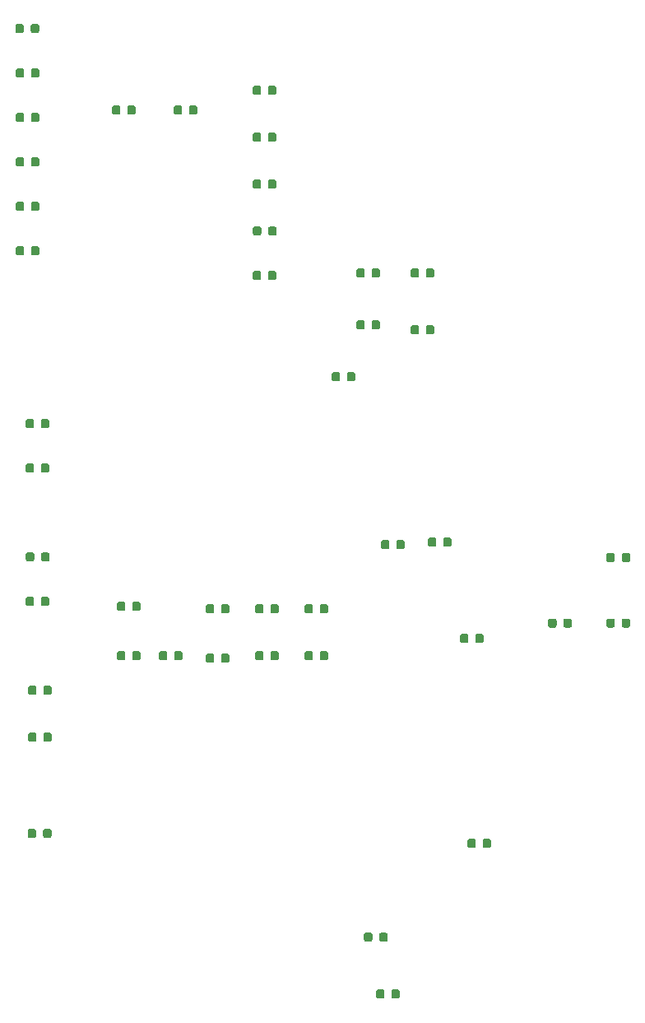
<source format=gtp>
%TF.GenerationSoftware,KiCad,Pcbnew,5.1.8*%
%TF.CreationDate,2020-12-17T16:54:15+01:00*%
%TF.ProjectId,AS3320-VCF,41533333-3230-42d5-9643-462e6b696361,1*%
%TF.SameCoordinates,Original*%
%TF.FileFunction,Paste,Top*%
%TF.FilePolarity,Positive*%
%FSLAX46Y46*%
G04 Gerber Fmt 4.6, Leading zero omitted, Abs format (unit mm)*
G04 Created by KiCad (PCBNEW 5.1.8) date 2020-12-17 16:54:15*
%MOMM*%
%LPD*%
G01*
G04 APERTURE LIST*
G04 APERTURE END LIST*
%TO.C,R33*%
G36*
G01*
X148940000Y-75440250D02*
X148940000Y-74927750D01*
G75*
G02*
X149158750Y-74709000I218750J0D01*
G01*
X149596250Y-74709000D01*
G75*
G02*
X149815000Y-74927750I0J-218750D01*
G01*
X149815000Y-75440250D01*
G75*
G02*
X149596250Y-75659000I-218750J0D01*
G01*
X149158750Y-75659000D01*
G75*
G02*
X148940000Y-75440250I0J218750D01*
G01*
G37*
G36*
G01*
X147365000Y-75440250D02*
X147365000Y-74927750D01*
G75*
G02*
X147583750Y-74709000I218750J0D01*
G01*
X148021250Y-74709000D01*
G75*
G02*
X148240000Y-74927750I0J-218750D01*
G01*
X148240000Y-75440250D01*
G75*
G02*
X148021250Y-75659000I-218750J0D01*
G01*
X147583750Y-75659000D01*
G75*
G02*
X147365000Y-75440250I0J218750D01*
G01*
G37*
%TD*%
%TO.C,R32*%
G36*
G01*
X148940000Y-69598250D02*
X148940000Y-69085750D01*
G75*
G02*
X149158750Y-68867000I218750J0D01*
G01*
X149596250Y-68867000D01*
G75*
G02*
X149815000Y-69085750I0J-218750D01*
G01*
X149815000Y-69598250D01*
G75*
G02*
X149596250Y-69817000I-218750J0D01*
G01*
X149158750Y-69817000D01*
G75*
G02*
X148940000Y-69598250I0J218750D01*
G01*
G37*
G36*
G01*
X147365000Y-69598250D02*
X147365000Y-69085750D01*
G75*
G02*
X147583750Y-68867000I218750J0D01*
G01*
X148021250Y-68867000D01*
G75*
G02*
X148240000Y-69085750I0J-218750D01*
G01*
X148240000Y-69598250D01*
G75*
G02*
X148021250Y-69817000I-218750J0D01*
G01*
X147583750Y-69817000D01*
G75*
G02*
X147365000Y-69598250I0J218750D01*
G01*
G37*
%TD*%
%TO.C,R31*%
G36*
G01*
X142652000Y-69085750D02*
X142652000Y-69598250D01*
G75*
G02*
X142433250Y-69817000I-218750J0D01*
G01*
X141995750Y-69817000D01*
G75*
G02*
X141777000Y-69598250I0J218750D01*
G01*
X141777000Y-69085750D01*
G75*
G02*
X141995750Y-68867000I218750J0D01*
G01*
X142433250Y-68867000D01*
G75*
G02*
X142652000Y-69085750I0J-218750D01*
G01*
G37*
G36*
G01*
X144227000Y-69085750D02*
X144227000Y-69598250D01*
G75*
G02*
X144008250Y-69817000I-218750J0D01*
G01*
X143570750Y-69817000D01*
G75*
G02*
X143352000Y-69598250I0J218750D01*
G01*
X143352000Y-69085750D01*
G75*
G02*
X143570750Y-68867000I218750J0D01*
G01*
X144008250Y-68867000D01*
G75*
G02*
X144227000Y-69085750I0J-218750D01*
G01*
G37*
%TD*%
%TO.C,R30*%
G36*
G01*
X150718000Y-97284250D02*
X150718000Y-96771750D01*
G75*
G02*
X150936750Y-96553000I218750J0D01*
G01*
X151374250Y-96553000D01*
G75*
G02*
X151593000Y-96771750I0J-218750D01*
G01*
X151593000Y-97284250D01*
G75*
G02*
X151374250Y-97503000I-218750J0D01*
G01*
X150936750Y-97503000D01*
G75*
G02*
X150718000Y-97284250I0J218750D01*
G01*
G37*
G36*
G01*
X149143000Y-97284250D02*
X149143000Y-96771750D01*
G75*
G02*
X149361750Y-96553000I218750J0D01*
G01*
X149799250Y-96553000D01*
G75*
G02*
X150018000Y-96771750I0J-218750D01*
G01*
X150018000Y-97284250D01*
G75*
G02*
X149799250Y-97503000I-218750J0D01*
G01*
X149361750Y-97503000D01*
G75*
G02*
X149143000Y-97284250I0J218750D01*
G01*
G37*
%TD*%
%TO.C,R29*%
G36*
G01*
X106725000Y-53596250D02*
X106725000Y-53083750D01*
G75*
G02*
X106943750Y-52865000I218750J0D01*
G01*
X107381250Y-52865000D01*
G75*
G02*
X107600000Y-53083750I0J-218750D01*
G01*
X107600000Y-53596250D01*
G75*
G02*
X107381250Y-53815000I-218750J0D01*
G01*
X106943750Y-53815000D01*
G75*
G02*
X106725000Y-53596250I0J218750D01*
G01*
G37*
G36*
G01*
X108300000Y-53596250D02*
X108300000Y-53083750D01*
G75*
G02*
X108518750Y-52865000I218750J0D01*
G01*
X108956250Y-52865000D01*
G75*
G02*
X109175000Y-53083750I0J-218750D01*
G01*
X109175000Y-53596250D01*
G75*
G02*
X108956250Y-53815000I-218750J0D01*
G01*
X108518750Y-53815000D01*
G75*
G02*
X108300000Y-53596250I0J218750D01*
G01*
G37*
%TD*%
%TO.C,R28*%
G36*
G01*
X145384000Y-143766250D02*
X145384000Y-143253750D01*
G75*
G02*
X145602750Y-143035000I218750J0D01*
G01*
X146040250Y-143035000D01*
G75*
G02*
X146259000Y-143253750I0J-218750D01*
G01*
X146259000Y-143766250D01*
G75*
G02*
X146040250Y-143985000I-218750J0D01*
G01*
X145602750Y-143985000D01*
G75*
G02*
X145384000Y-143766250I0J218750D01*
G01*
G37*
G36*
G01*
X143809000Y-143766250D02*
X143809000Y-143253750D01*
G75*
G02*
X144027750Y-143035000I218750J0D01*
G01*
X144465250Y-143035000D01*
G75*
G02*
X144684000Y-143253750I0J-218750D01*
G01*
X144684000Y-143766250D01*
G75*
G02*
X144465250Y-143985000I-218750J0D01*
G01*
X144027750Y-143985000D01*
G75*
G02*
X143809000Y-143766250I0J218750D01*
G01*
G37*
%TD*%
%TO.C,R27*%
G36*
G01*
X144140000Y-137924250D02*
X144140000Y-137411750D01*
G75*
G02*
X144358750Y-137193000I218750J0D01*
G01*
X144796250Y-137193000D01*
G75*
G02*
X145015000Y-137411750I0J-218750D01*
G01*
X145015000Y-137924250D01*
G75*
G02*
X144796250Y-138143000I-218750J0D01*
G01*
X144358750Y-138143000D01*
G75*
G02*
X144140000Y-137924250I0J218750D01*
G01*
G37*
G36*
G01*
X142565000Y-137924250D02*
X142565000Y-137411750D01*
G75*
G02*
X142783750Y-137193000I218750J0D01*
G01*
X143221250Y-137193000D01*
G75*
G02*
X143440000Y-137411750I0J-218750D01*
G01*
X143440000Y-137924250D01*
G75*
G02*
X143221250Y-138143000I-218750J0D01*
G01*
X142783750Y-138143000D01*
G75*
G02*
X142565000Y-137924250I0J218750D01*
G01*
G37*
%TD*%
%TO.C,R26*%
G36*
G01*
X108616000Y-102867750D02*
X108616000Y-103380250D01*
G75*
G02*
X108397250Y-103599000I-218750J0D01*
G01*
X107959750Y-103599000D01*
G75*
G02*
X107741000Y-103380250I0J218750D01*
G01*
X107741000Y-102867750D01*
G75*
G02*
X107959750Y-102649000I218750J0D01*
G01*
X108397250Y-102649000D01*
G75*
G02*
X108616000Y-102867750I0J-218750D01*
G01*
G37*
G36*
G01*
X110191000Y-102867750D02*
X110191000Y-103380250D01*
G75*
G02*
X109972250Y-103599000I-218750J0D01*
G01*
X109534750Y-103599000D01*
G75*
G02*
X109316000Y-103380250I0J218750D01*
G01*
X109316000Y-102867750D01*
G75*
G02*
X109534750Y-102649000I218750J0D01*
G01*
X109972250Y-102649000D01*
G75*
G02*
X110191000Y-102867750I0J-218750D01*
G01*
G37*
%TD*%
%TO.C,R25*%
G36*
G01*
X108642000Y-98295750D02*
X108642000Y-98808250D01*
G75*
G02*
X108423250Y-99027000I-218750J0D01*
G01*
X107985750Y-99027000D01*
G75*
G02*
X107767000Y-98808250I0J218750D01*
G01*
X107767000Y-98295750D01*
G75*
G02*
X107985750Y-98077000I218750J0D01*
G01*
X108423250Y-98077000D01*
G75*
G02*
X108642000Y-98295750I0J-218750D01*
G01*
G37*
G36*
G01*
X110217000Y-98295750D02*
X110217000Y-98808250D01*
G75*
G02*
X109998250Y-99027000I-218750J0D01*
G01*
X109560750Y-99027000D01*
G75*
G02*
X109342000Y-98808250I0J218750D01*
G01*
X109342000Y-98295750D01*
G75*
G02*
X109560750Y-98077000I218750J0D01*
G01*
X109998250Y-98077000D01*
G75*
G02*
X110217000Y-98295750I0J-218750D01*
G01*
G37*
%TD*%
%TO.C,R24*%
G36*
G01*
X154782000Y-128272250D02*
X154782000Y-127759750D01*
G75*
G02*
X155000750Y-127541000I218750J0D01*
G01*
X155438250Y-127541000D01*
G75*
G02*
X155657000Y-127759750I0J-218750D01*
G01*
X155657000Y-128272250D01*
G75*
G02*
X155438250Y-128491000I-218750J0D01*
G01*
X155000750Y-128491000D01*
G75*
G02*
X154782000Y-128272250I0J218750D01*
G01*
G37*
G36*
G01*
X153207000Y-128272250D02*
X153207000Y-127759750D01*
G75*
G02*
X153425750Y-127541000I218750J0D01*
G01*
X153863250Y-127541000D01*
G75*
G02*
X154082000Y-127759750I0J-218750D01*
G01*
X154082000Y-128272250D01*
G75*
G02*
X153863250Y-128491000I-218750J0D01*
G01*
X153425750Y-128491000D01*
G75*
G02*
X153207000Y-128272250I0J218750D01*
G01*
G37*
%TD*%
%TO.C,R23*%
G36*
G01*
X132710000Y-65280250D02*
X132710000Y-64767750D01*
G75*
G02*
X132928750Y-64549000I218750J0D01*
G01*
X133366250Y-64549000D01*
G75*
G02*
X133585000Y-64767750I0J-218750D01*
G01*
X133585000Y-65280250D01*
G75*
G02*
X133366250Y-65499000I-218750J0D01*
G01*
X132928750Y-65499000D01*
G75*
G02*
X132710000Y-65280250I0J218750D01*
G01*
G37*
G36*
G01*
X131135000Y-65280250D02*
X131135000Y-64767750D01*
G75*
G02*
X131353750Y-64549000I218750J0D01*
G01*
X131791250Y-64549000D01*
G75*
G02*
X132010000Y-64767750I0J-218750D01*
G01*
X132010000Y-65280250D01*
G75*
G02*
X131791250Y-65499000I-218750J0D01*
G01*
X131353750Y-65499000D01*
G75*
G02*
X131135000Y-65280250I0J218750D01*
G01*
G37*
%TD*%
%TO.C,R22*%
G36*
G01*
X123032000Y-108968250D02*
X123032000Y-108455750D01*
G75*
G02*
X123250750Y-108237000I218750J0D01*
G01*
X123688250Y-108237000D01*
G75*
G02*
X123907000Y-108455750I0J-218750D01*
G01*
X123907000Y-108968250D01*
G75*
G02*
X123688250Y-109187000I-218750J0D01*
G01*
X123250750Y-109187000D01*
G75*
G02*
X123032000Y-108968250I0J218750D01*
G01*
G37*
G36*
G01*
X121457000Y-108968250D02*
X121457000Y-108455750D01*
G75*
G02*
X121675750Y-108237000I218750J0D01*
G01*
X122113250Y-108237000D01*
G75*
G02*
X122332000Y-108455750I0J-218750D01*
G01*
X122332000Y-108968250D01*
G75*
G02*
X122113250Y-109187000I-218750J0D01*
G01*
X121675750Y-109187000D01*
G75*
G02*
X121457000Y-108968250I0J218750D01*
G01*
G37*
%TD*%
%TO.C,R21*%
G36*
G01*
X132684000Y-60454250D02*
X132684000Y-59941750D01*
G75*
G02*
X132902750Y-59723000I218750J0D01*
G01*
X133340250Y-59723000D01*
G75*
G02*
X133559000Y-59941750I0J-218750D01*
G01*
X133559000Y-60454250D01*
G75*
G02*
X133340250Y-60673000I-218750J0D01*
G01*
X132902750Y-60673000D01*
G75*
G02*
X132684000Y-60454250I0J218750D01*
G01*
G37*
G36*
G01*
X131109000Y-60454250D02*
X131109000Y-59941750D01*
G75*
G02*
X131327750Y-59723000I218750J0D01*
G01*
X131765250Y-59723000D01*
G75*
G02*
X131984000Y-59941750I0J-218750D01*
G01*
X131984000Y-60454250D01*
G75*
G02*
X131765250Y-60673000I-218750J0D01*
G01*
X131327750Y-60673000D01*
G75*
G02*
X131109000Y-60454250I0J218750D01*
G01*
G37*
%TD*%
%TO.C,R20*%
G36*
G01*
X145192000Y-97025750D02*
X145192000Y-97538250D01*
G75*
G02*
X144973250Y-97757000I-218750J0D01*
G01*
X144535750Y-97757000D01*
G75*
G02*
X144317000Y-97538250I0J218750D01*
G01*
X144317000Y-97025750D01*
G75*
G02*
X144535750Y-96807000I218750J0D01*
G01*
X144973250Y-96807000D01*
G75*
G02*
X145192000Y-97025750I0J-218750D01*
G01*
G37*
G36*
G01*
X146767000Y-97025750D02*
X146767000Y-97538250D01*
G75*
G02*
X146548250Y-97757000I-218750J0D01*
G01*
X146110750Y-97757000D01*
G75*
G02*
X145892000Y-97538250I0J218750D01*
G01*
X145892000Y-97025750D01*
G75*
G02*
X146110750Y-96807000I218750J0D01*
G01*
X146548250Y-96807000D01*
G75*
G02*
X146767000Y-97025750I0J-218750D01*
G01*
G37*
%TD*%
%TO.C,R19*%
G36*
G01*
X127858000Y-104142250D02*
X127858000Y-103629750D01*
G75*
G02*
X128076750Y-103411000I218750J0D01*
G01*
X128514250Y-103411000D01*
G75*
G02*
X128733000Y-103629750I0J-218750D01*
G01*
X128733000Y-104142250D01*
G75*
G02*
X128514250Y-104361000I-218750J0D01*
G01*
X128076750Y-104361000D01*
G75*
G02*
X127858000Y-104142250I0J218750D01*
G01*
G37*
G36*
G01*
X126283000Y-104142250D02*
X126283000Y-103629750D01*
G75*
G02*
X126501750Y-103411000I218750J0D01*
G01*
X126939250Y-103411000D01*
G75*
G02*
X127158000Y-103629750I0J-218750D01*
G01*
X127158000Y-104142250D01*
G75*
G02*
X126939250Y-104361000I-218750J0D01*
G01*
X126501750Y-104361000D01*
G75*
G02*
X126283000Y-104142250I0J218750D01*
G01*
G37*
%TD*%
%TO.C,R18*%
G36*
G01*
X132684000Y-55628250D02*
X132684000Y-55115750D01*
G75*
G02*
X132902750Y-54897000I218750J0D01*
G01*
X133340250Y-54897000D01*
G75*
G02*
X133559000Y-55115750I0J-218750D01*
G01*
X133559000Y-55628250D01*
G75*
G02*
X133340250Y-55847000I-218750J0D01*
G01*
X132902750Y-55847000D01*
G75*
G02*
X132684000Y-55628250I0J218750D01*
G01*
G37*
G36*
G01*
X131109000Y-55628250D02*
X131109000Y-55115750D01*
G75*
G02*
X131327750Y-54897000I218750J0D01*
G01*
X131765250Y-54897000D01*
G75*
G02*
X131984000Y-55115750I0J-218750D01*
G01*
X131984000Y-55628250D01*
G75*
G02*
X131765250Y-55847000I-218750J0D01*
G01*
X131327750Y-55847000D01*
G75*
G02*
X131109000Y-55628250I0J218750D01*
G01*
G37*
%TD*%
%TO.C,R17*%
G36*
G01*
X132684000Y-50802250D02*
X132684000Y-50289750D01*
G75*
G02*
X132902750Y-50071000I218750J0D01*
G01*
X133340250Y-50071000D01*
G75*
G02*
X133559000Y-50289750I0J-218750D01*
G01*
X133559000Y-50802250D01*
G75*
G02*
X133340250Y-51021000I-218750J0D01*
G01*
X132902750Y-51021000D01*
G75*
G02*
X132684000Y-50802250I0J218750D01*
G01*
G37*
G36*
G01*
X131109000Y-50802250D02*
X131109000Y-50289750D01*
G75*
G02*
X131327750Y-50071000I218750J0D01*
G01*
X131765250Y-50071000D01*
G75*
G02*
X131984000Y-50289750I0J-218750D01*
G01*
X131984000Y-50802250D01*
G75*
G02*
X131765250Y-51021000I-218750J0D01*
G01*
X131327750Y-51021000D01*
G75*
G02*
X131109000Y-50802250I0J218750D01*
G01*
G37*
%TD*%
%TO.C,R16*%
G36*
G01*
X138893000Y-103629750D02*
X138893000Y-104142250D01*
G75*
G02*
X138674250Y-104361000I-218750J0D01*
G01*
X138236750Y-104361000D01*
G75*
G02*
X138018000Y-104142250I0J218750D01*
G01*
X138018000Y-103629750D01*
G75*
G02*
X138236750Y-103411000I218750J0D01*
G01*
X138674250Y-103411000D01*
G75*
G02*
X138893000Y-103629750I0J-218750D01*
G01*
G37*
G36*
G01*
X137318000Y-103629750D02*
X137318000Y-104142250D01*
G75*
G02*
X137099250Y-104361000I-218750J0D01*
G01*
X136661750Y-104361000D01*
G75*
G02*
X136443000Y-104142250I0J218750D01*
G01*
X136443000Y-103629750D01*
G75*
G02*
X136661750Y-103411000I218750J0D01*
G01*
X137099250Y-103411000D01*
G75*
G02*
X137318000Y-103629750I0J-218750D01*
G01*
G37*
%TD*%
%TO.C,R15*%
G36*
G01*
X109544000Y-127256250D02*
X109544000Y-126743750D01*
G75*
G02*
X109762750Y-126525000I218750J0D01*
G01*
X110200250Y-126525000D01*
G75*
G02*
X110419000Y-126743750I0J-218750D01*
G01*
X110419000Y-127256250D01*
G75*
G02*
X110200250Y-127475000I-218750J0D01*
G01*
X109762750Y-127475000D01*
G75*
G02*
X109544000Y-127256250I0J218750D01*
G01*
G37*
G36*
G01*
X107969000Y-127256250D02*
X107969000Y-126743750D01*
G75*
G02*
X108187750Y-126525000I218750J0D01*
G01*
X108625250Y-126525000D01*
G75*
G02*
X108844000Y-126743750I0J-218750D01*
G01*
X108844000Y-127256250D01*
G75*
G02*
X108625250Y-127475000I-218750J0D01*
G01*
X108187750Y-127475000D01*
G75*
G02*
X107969000Y-127256250I0J218750D01*
G01*
G37*
%TD*%
%TO.C,R14*%
G36*
G01*
X109316000Y-85092250D02*
X109316000Y-84579750D01*
G75*
G02*
X109534750Y-84361000I218750J0D01*
G01*
X109972250Y-84361000D01*
G75*
G02*
X110191000Y-84579750I0J-218750D01*
G01*
X110191000Y-85092250D01*
G75*
G02*
X109972250Y-85311000I-218750J0D01*
G01*
X109534750Y-85311000D01*
G75*
G02*
X109316000Y-85092250I0J218750D01*
G01*
G37*
G36*
G01*
X107741000Y-85092250D02*
X107741000Y-84579750D01*
G75*
G02*
X107959750Y-84361000I218750J0D01*
G01*
X108397250Y-84361000D01*
G75*
G02*
X108616000Y-84579750I0J-218750D01*
G01*
X108616000Y-85092250D01*
G75*
G02*
X108397250Y-85311000I-218750J0D01*
G01*
X107959750Y-85311000D01*
G75*
G02*
X107741000Y-85092250I0J218750D01*
G01*
G37*
%TD*%
%TO.C,R13*%
G36*
G01*
X118206000Y-52834250D02*
X118206000Y-52321750D01*
G75*
G02*
X118424750Y-52103000I218750J0D01*
G01*
X118862250Y-52103000D01*
G75*
G02*
X119081000Y-52321750I0J-218750D01*
G01*
X119081000Y-52834250D01*
G75*
G02*
X118862250Y-53053000I-218750J0D01*
G01*
X118424750Y-53053000D01*
G75*
G02*
X118206000Y-52834250I0J218750D01*
G01*
G37*
G36*
G01*
X116631000Y-52834250D02*
X116631000Y-52321750D01*
G75*
G02*
X116849750Y-52103000I218750J0D01*
G01*
X117287250Y-52103000D01*
G75*
G02*
X117506000Y-52321750I0J-218750D01*
G01*
X117506000Y-52834250D01*
G75*
G02*
X117287250Y-53053000I-218750J0D01*
G01*
X116849750Y-53053000D01*
G75*
G02*
X116631000Y-52834250I0J218750D01*
G01*
G37*
%TD*%
%TO.C,R12*%
G36*
G01*
X124556000Y-52834250D02*
X124556000Y-52321750D01*
G75*
G02*
X124774750Y-52103000I218750J0D01*
G01*
X125212250Y-52103000D01*
G75*
G02*
X125431000Y-52321750I0J-218750D01*
G01*
X125431000Y-52834250D01*
G75*
G02*
X125212250Y-53053000I-218750J0D01*
G01*
X124774750Y-53053000D01*
G75*
G02*
X124556000Y-52834250I0J218750D01*
G01*
G37*
G36*
G01*
X122981000Y-52834250D02*
X122981000Y-52321750D01*
G75*
G02*
X123199750Y-52103000I218750J0D01*
G01*
X123637250Y-52103000D01*
G75*
G02*
X123856000Y-52321750I0J-218750D01*
G01*
X123856000Y-52834250D01*
G75*
G02*
X123637250Y-53053000I-218750J0D01*
G01*
X123199750Y-53053000D01*
G75*
G02*
X122981000Y-52834250I0J218750D01*
G01*
G37*
%TD*%
%TO.C,R11*%
G36*
G01*
X108300000Y-62740250D02*
X108300000Y-62227750D01*
G75*
G02*
X108518750Y-62009000I218750J0D01*
G01*
X108956250Y-62009000D01*
G75*
G02*
X109175000Y-62227750I0J-218750D01*
G01*
X109175000Y-62740250D01*
G75*
G02*
X108956250Y-62959000I-218750J0D01*
G01*
X108518750Y-62959000D01*
G75*
G02*
X108300000Y-62740250I0J218750D01*
G01*
G37*
G36*
G01*
X106725000Y-62740250D02*
X106725000Y-62227750D01*
G75*
G02*
X106943750Y-62009000I218750J0D01*
G01*
X107381250Y-62009000D01*
G75*
G02*
X107600000Y-62227750I0J-218750D01*
G01*
X107600000Y-62740250D01*
G75*
G02*
X107381250Y-62959000I-218750J0D01*
G01*
X106943750Y-62959000D01*
G75*
G02*
X106725000Y-62740250I0J218750D01*
G01*
G37*
%TD*%
%TO.C,R10*%
G36*
G01*
X108300000Y-49024250D02*
X108300000Y-48511750D01*
G75*
G02*
X108518750Y-48293000I218750J0D01*
G01*
X108956250Y-48293000D01*
G75*
G02*
X109175000Y-48511750I0J-218750D01*
G01*
X109175000Y-49024250D01*
G75*
G02*
X108956250Y-49243000I-218750J0D01*
G01*
X108518750Y-49243000D01*
G75*
G02*
X108300000Y-49024250I0J218750D01*
G01*
G37*
G36*
G01*
X106725000Y-49024250D02*
X106725000Y-48511750D01*
G75*
G02*
X106943750Y-48293000I218750J0D01*
G01*
X107381250Y-48293000D01*
G75*
G02*
X107600000Y-48511750I0J-218750D01*
G01*
X107600000Y-49024250D01*
G75*
G02*
X107381250Y-49243000I-218750J0D01*
G01*
X106943750Y-49243000D01*
G75*
G02*
X106725000Y-49024250I0J218750D01*
G01*
G37*
%TD*%
%TO.C,R9*%
G36*
G01*
X108274000Y-44452250D02*
X108274000Y-43939750D01*
G75*
G02*
X108492750Y-43721000I218750J0D01*
G01*
X108930250Y-43721000D01*
G75*
G02*
X109149000Y-43939750I0J-218750D01*
G01*
X109149000Y-44452250D01*
G75*
G02*
X108930250Y-44671000I-218750J0D01*
G01*
X108492750Y-44671000D01*
G75*
G02*
X108274000Y-44452250I0J218750D01*
G01*
G37*
G36*
G01*
X106699000Y-44452250D02*
X106699000Y-43939750D01*
G75*
G02*
X106917750Y-43721000I218750J0D01*
G01*
X107355250Y-43721000D01*
G75*
G02*
X107574000Y-43939750I0J-218750D01*
G01*
X107574000Y-44452250D01*
G75*
G02*
X107355250Y-44671000I-218750J0D01*
G01*
X106917750Y-44671000D01*
G75*
G02*
X106699000Y-44452250I0J218750D01*
G01*
G37*
%TD*%
%TO.C,R8*%
G36*
G01*
X109316000Y-89664250D02*
X109316000Y-89151750D01*
G75*
G02*
X109534750Y-88933000I218750J0D01*
G01*
X109972250Y-88933000D01*
G75*
G02*
X110191000Y-89151750I0J-218750D01*
G01*
X110191000Y-89664250D01*
G75*
G02*
X109972250Y-89883000I-218750J0D01*
G01*
X109534750Y-89883000D01*
G75*
G02*
X109316000Y-89664250I0J218750D01*
G01*
G37*
G36*
G01*
X107741000Y-89664250D02*
X107741000Y-89151750D01*
G75*
G02*
X107959750Y-88933000I218750J0D01*
G01*
X108397250Y-88933000D01*
G75*
G02*
X108616000Y-89151750I0J-218750D01*
G01*
X108616000Y-89664250D01*
G75*
G02*
X108397250Y-89883000I-218750J0D01*
G01*
X107959750Y-89883000D01*
G75*
G02*
X107741000Y-89664250I0J218750D01*
G01*
G37*
%TD*%
%TO.C,R7*%
G36*
G01*
X118714000Y-103888250D02*
X118714000Y-103375750D01*
G75*
G02*
X118932750Y-103157000I218750J0D01*
G01*
X119370250Y-103157000D01*
G75*
G02*
X119589000Y-103375750I0J-218750D01*
G01*
X119589000Y-103888250D01*
G75*
G02*
X119370250Y-104107000I-218750J0D01*
G01*
X118932750Y-104107000D01*
G75*
G02*
X118714000Y-103888250I0J218750D01*
G01*
G37*
G36*
G01*
X117139000Y-103888250D02*
X117139000Y-103375750D01*
G75*
G02*
X117357750Y-103157000I218750J0D01*
G01*
X117795250Y-103157000D01*
G75*
G02*
X118014000Y-103375750I0J-218750D01*
G01*
X118014000Y-103888250D01*
G75*
G02*
X117795250Y-104107000I-218750J0D01*
G01*
X117357750Y-104107000D01*
G75*
G02*
X117139000Y-103888250I0J218750D01*
G01*
G37*
%TD*%
%TO.C,R6*%
G36*
G01*
X132938000Y-104142250D02*
X132938000Y-103629750D01*
G75*
G02*
X133156750Y-103411000I218750J0D01*
G01*
X133594250Y-103411000D01*
G75*
G02*
X133813000Y-103629750I0J-218750D01*
G01*
X133813000Y-104142250D01*
G75*
G02*
X133594250Y-104361000I-218750J0D01*
G01*
X133156750Y-104361000D01*
G75*
G02*
X132938000Y-104142250I0J218750D01*
G01*
G37*
G36*
G01*
X131363000Y-104142250D02*
X131363000Y-103629750D01*
G75*
G02*
X131581750Y-103411000I218750J0D01*
G01*
X132019250Y-103411000D01*
G75*
G02*
X132238000Y-103629750I0J-218750D01*
G01*
X132238000Y-104142250D01*
G75*
G02*
X132019250Y-104361000I-218750J0D01*
G01*
X131581750Y-104361000D01*
G75*
G02*
X131363000Y-104142250I0J218750D01*
G01*
G37*
%TD*%
%TO.C,R5*%
G36*
G01*
X118714000Y-108968250D02*
X118714000Y-108455750D01*
G75*
G02*
X118932750Y-108237000I218750J0D01*
G01*
X119370250Y-108237000D01*
G75*
G02*
X119589000Y-108455750I0J-218750D01*
G01*
X119589000Y-108968250D01*
G75*
G02*
X119370250Y-109187000I-218750J0D01*
G01*
X118932750Y-109187000D01*
G75*
G02*
X118714000Y-108968250I0J218750D01*
G01*
G37*
G36*
G01*
X117139000Y-108968250D02*
X117139000Y-108455750D01*
G75*
G02*
X117357750Y-108237000I218750J0D01*
G01*
X117795250Y-108237000D01*
G75*
G02*
X118014000Y-108455750I0J-218750D01*
G01*
X118014000Y-108968250D01*
G75*
G02*
X117795250Y-109187000I-218750J0D01*
G01*
X117357750Y-109187000D01*
G75*
G02*
X117139000Y-108968250I0J218750D01*
G01*
G37*
%TD*%
%TO.C,R4*%
G36*
G01*
X108300000Y-67312250D02*
X108300000Y-66799750D01*
G75*
G02*
X108518750Y-66581000I218750J0D01*
G01*
X108956250Y-66581000D01*
G75*
G02*
X109175000Y-66799750I0J-218750D01*
G01*
X109175000Y-67312250D01*
G75*
G02*
X108956250Y-67531000I-218750J0D01*
G01*
X108518750Y-67531000D01*
G75*
G02*
X108300000Y-67312250I0J218750D01*
G01*
G37*
G36*
G01*
X106725000Y-67312250D02*
X106725000Y-66799750D01*
G75*
G02*
X106943750Y-66581000I218750J0D01*
G01*
X107381250Y-66581000D01*
G75*
G02*
X107600000Y-66799750I0J-218750D01*
G01*
X107600000Y-67312250D01*
G75*
G02*
X107381250Y-67531000I-218750J0D01*
G01*
X106943750Y-67531000D01*
G75*
G02*
X106725000Y-67312250I0J218750D01*
G01*
G37*
%TD*%
%TO.C,R3*%
G36*
G01*
X108300000Y-58168250D02*
X108300000Y-57655750D01*
G75*
G02*
X108518750Y-57437000I218750J0D01*
G01*
X108956250Y-57437000D01*
G75*
G02*
X109175000Y-57655750I0J-218750D01*
G01*
X109175000Y-58168250D01*
G75*
G02*
X108956250Y-58387000I-218750J0D01*
G01*
X108518750Y-58387000D01*
G75*
G02*
X108300000Y-58168250I0J218750D01*
G01*
G37*
G36*
G01*
X106725000Y-58168250D02*
X106725000Y-57655750D01*
G75*
G02*
X106943750Y-57437000I218750J0D01*
G01*
X107381250Y-57437000D01*
G75*
G02*
X107600000Y-57655750I0J-218750D01*
G01*
X107600000Y-58168250D01*
G75*
G02*
X107381250Y-58387000I-218750J0D01*
G01*
X106943750Y-58387000D01*
G75*
G02*
X106725000Y-58168250I0J218750D01*
G01*
G37*
%TD*%
%TO.C,R2*%
G36*
G01*
X126283000Y-109222250D02*
X126283000Y-108709750D01*
G75*
G02*
X126501750Y-108491000I218750J0D01*
G01*
X126939250Y-108491000D01*
G75*
G02*
X127158000Y-108709750I0J-218750D01*
G01*
X127158000Y-109222250D01*
G75*
G02*
X126939250Y-109441000I-218750J0D01*
G01*
X126501750Y-109441000D01*
G75*
G02*
X126283000Y-109222250I0J218750D01*
G01*
G37*
G36*
G01*
X127858000Y-109222250D02*
X127858000Y-108709750D01*
G75*
G02*
X128076750Y-108491000I218750J0D01*
G01*
X128514250Y-108491000D01*
G75*
G02*
X128733000Y-108709750I0J-218750D01*
G01*
X128733000Y-109222250D01*
G75*
G02*
X128514250Y-109441000I-218750J0D01*
G01*
X128076750Y-109441000D01*
G75*
G02*
X127858000Y-109222250I0J218750D01*
G01*
G37*
%TD*%
%TO.C,R1*%
G36*
G01*
X153320000Y-106677750D02*
X153320000Y-107190250D01*
G75*
G02*
X153101250Y-107409000I-218750J0D01*
G01*
X152663750Y-107409000D01*
G75*
G02*
X152445000Y-107190250I0J218750D01*
G01*
X152445000Y-106677750D01*
G75*
G02*
X152663750Y-106459000I218750J0D01*
G01*
X153101250Y-106459000D01*
G75*
G02*
X153320000Y-106677750I0J-218750D01*
G01*
G37*
G36*
G01*
X154895000Y-106677750D02*
X154895000Y-107190250D01*
G75*
G02*
X154676250Y-107409000I-218750J0D01*
G01*
X154238750Y-107409000D01*
G75*
G02*
X154020000Y-107190250I0J218750D01*
G01*
X154020000Y-106677750D01*
G75*
G02*
X154238750Y-106459000I218750J0D01*
G01*
X154676250Y-106459000D01*
G75*
G02*
X154895000Y-106677750I0J-218750D01*
G01*
G37*
%TD*%
%TO.C,C12*%
G36*
G01*
X138018000Y-108968250D02*
X138018000Y-108455750D01*
G75*
G02*
X138236750Y-108237000I218750J0D01*
G01*
X138674250Y-108237000D01*
G75*
G02*
X138893000Y-108455750I0J-218750D01*
G01*
X138893000Y-108968250D01*
G75*
G02*
X138674250Y-109187000I-218750J0D01*
G01*
X138236750Y-109187000D01*
G75*
G02*
X138018000Y-108968250I0J218750D01*
G01*
G37*
G36*
G01*
X136443000Y-108968250D02*
X136443000Y-108455750D01*
G75*
G02*
X136661750Y-108237000I218750J0D01*
G01*
X137099250Y-108237000D01*
G75*
G02*
X137318000Y-108455750I0J-218750D01*
G01*
X137318000Y-108968250D01*
G75*
G02*
X137099250Y-109187000I-218750J0D01*
G01*
X136661750Y-109187000D01*
G75*
G02*
X136443000Y-108968250I0J218750D01*
G01*
G37*
%TD*%
%TO.C,C11*%
G36*
G01*
X169094000Y-105612250D02*
X169094000Y-105099750D01*
G75*
G02*
X169312750Y-104881000I218750J0D01*
G01*
X169750250Y-104881000D01*
G75*
G02*
X169969000Y-105099750I0J-218750D01*
G01*
X169969000Y-105612250D01*
G75*
G02*
X169750250Y-105831000I-218750J0D01*
G01*
X169312750Y-105831000D01*
G75*
G02*
X169094000Y-105612250I0J218750D01*
G01*
G37*
G36*
G01*
X167519000Y-105612250D02*
X167519000Y-105099750D01*
G75*
G02*
X167737750Y-104881000I218750J0D01*
G01*
X168175250Y-104881000D01*
G75*
G02*
X168394000Y-105099750I0J-218750D01*
G01*
X168394000Y-105612250D01*
G75*
G02*
X168175250Y-105831000I-218750J0D01*
G01*
X167737750Y-105831000D01*
G75*
G02*
X167519000Y-105612250I0J218750D01*
G01*
G37*
%TD*%
%TO.C,C10*%
G36*
G01*
X169094000Y-98862250D02*
X169094000Y-98349750D01*
G75*
G02*
X169312750Y-98131000I218750J0D01*
G01*
X169750250Y-98131000D01*
G75*
G02*
X169969000Y-98349750I0J-218750D01*
G01*
X169969000Y-98862250D01*
G75*
G02*
X169750250Y-99081000I-218750J0D01*
G01*
X169312750Y-99081000D01*
G75*
G02*
X169094000Y-98862250I0J218750D01*
G01*
G37*
G36*
G01*
X167519000Y-98862250D02*
X167519000Y-98349750D01*
G75*
G02*
X167737750Y-98131000I218750J0D01*
G01*
X168175250Y-98131000D01*
G75*
G02*
X168394000Y-98349750I0J-218750D01*
G01*
X168394000Y-98862250D01*
G75*
G02*
X168175250Y-99081000I-218750J0D01*
G01*
X167737750Y-99081000D01*
G75*
G02*
X167519000Y-98862250I0J218750D01*
G01*
G37*
%TD*%
%TO.C,C9*%
G36*
G01*
X143352000Y-74932250D02*
X143352000Y-74419750D01*
G75*
G02*
X143570750Y-74201000I218750J0D01*
G01*
X144008250Y-74201000D01*
G75*
G02*
X144227000Y-74419750I0J-218750D01*
G01*
X144227000Y-74932250D01*
G75*
G02*
X144008250Y-75151000I-218750J0D01*
G01*
X143570750Y-75151000D01*
G75*
G02*
X143352000Y-74932250I0J218750D01*
G01*
G37*
G36*
G01*
X141777000Y-74932250D02*
X141777000Y-74419750D01*
G75*
G02*
X141995750Y-74201000I218750J0D01*
G01*
X142433250Y-74201000D01*
G75*
G02*
X142652000Y-74419750I0J-218750D01*
G01*
X142652000Y-74932250D01*
G75*
G02*
X142433250Y-75151000I-218750J0D01*
G01*
X141995750Y-75151000D01*
G75*
G02*
X141777000Y-74932250I0J218750D01*
G01*
G37*
%TD*%
%TO.C,C8*%
G36*
G01*
X163094000Y-105612250D02*
X163094000Y-105099750D01*
G75*
G02*
X163312750Y-104881000I218750J0D01*
G01*
X163750250Y-104881000D01*
G75*
G02*
X163969000Y-105099750I0J-218750D01*
G01*
X163969000Y-105612250D01*
G75*
G02*
X163750250Y-105831000I-218750J0D01*
G01*
X163312750Y-105831000D01*
G75*
G02*
X163094000Y-105612250I0J218750D01*
G01*
G37*
G36*
G01*
X161519000Y-105612250D02*
X161519000Y-105099750D01*
G75*
G02*
X161737750Y-104881000I218750J0D01*
G01*
X162175250Y-104881000D01*
G75*
G02*
X162394000Y-105099750I0J-218750D01*
G01*
X162394000Y-105612250D01*
G75*
G02*
X162175250Y-105831000I-218750J0D01*
G01*
X161737750Y-105831000D01*
G75*
G02*
X161519000Y-105612250I0J218750D01*
G01*
G37*
%TD*%
%TO.C,C7*%
G36*
G01*
X140112000Y-79753750D02*
X140112000Y-80266250D01*
G75*
G02*
X139893250Y-80485000I-218750J0D01*
G01*
X139455750Y-80485000D01*
G75*
G02*
X139237000Y-80266250I0J218750D01*
G01*
X139237000Y-79753750D01*
G75*
G02*
X139455750Y-79535000I218750J0D01*
G01*
X139893250Y-79535000D01*
G75*
G02*
X140112000Y-79753750I0J-218750D01*
G01*
G37*
G36*
G01*
X141687000Y-79753750D02*
X141687000Y-80266250D01*
G75*
G02*
X141468250Y-80485000I-218750J0D01*
G01*
X141030750Y-80485000D01*
G75*
G02*
X140812000Y-80266250I0J218750D01*
G01*
X140812000Y-79753750D01*
G75*
G02*
X141030750Y-79535000I218750J0D01*
G01*
X141468250Y-79535000D01*
G75*
G02*
X141687000Y-79753750I0J-218750D01*
G01*
G37*
%TD*%
%TO.C,C5*%
G36*
G01*
X109570000Y-112524250D02*
X109570000Y-112011750D01*
G75*
G02*
X109788750Y-111793000I218750J0D01*
G01*
X110226250Y-111793000D01*
G75*
G02*
X110445000Y-112011750I0J-218750D01*
G01*
X110445000Y-112524250D01*
G75*
G02*
X110226250Y-112743000I-218750J0D01*
G01*
X109788750Y-112743000D01*
G75*
G02*
X109570000Y-112524250I0J218750D01*
G01*
G37*
G36*
G01*
X107995000Y-112524250D02*
X107995000Y-112011750D01*
G75*
G02*
X108213750Y-111793000I218750J0D01*
G01*
X108651250Y-111793000D01*
G75*
G02*
X108870000Y-112011750I0J-218750D01*
G01*
X108870000Y-112524250D01*
G75*
G02*
X108651250Y-112743000I-218750J0D01*
G01*
X108213750Y-112743000D01*
G75*
G02*
X107995000Y-112524250I0J218750D01*
G01*
G37*
%TD*%
%TO.C,C4*%
G36*
G01*
X109570000Y-117350250D02*
X109570000Y-116837750D01*
G75*
G02*
X109788750Y-116619000I218750J0D01*
G01*
X110226250Y-116619000D01*
G75*
G02*
X110445000Y-116837750I0J-218750D01*
G01*
X110445000Y-117350250D01*
G75*
G02*
X110226250Y-117569000I-218750J0D01*
G01*
X109788750Y-117569000D01*
G75*
G02*
X109570000Y-117350250I0J218750D01*
G01*
G37*
G36*
G01*
X107995000Y-117350250D02*
X107995000Y-116837750D01*
G75*
G02*
X108213750Y-116619000I218750J0D01*
G01*
X108651250Y-116619000D01*
G75*
G02*
X108870000Y-116837750I0J-218750D01*
G01*
X108870000Y-117350250D01*
G75*
G02*
X108651250Y-117569000I-218750J0D01*
G01*
X108213750Y-117569000D01*
G75*
G02*
X107995000Y-117350250I0J218750D01*
G01*
G37*
%TD*%
%TO.C,C3*%
G36*
G01*
X132938000Y-108968250D02*
X132938000Y-108455750D01*
G75*
G02*
X133156750Y-108237000I218750J0D01*
G01*
X133594250Y-108237000D01*
G75*
G02*
X133813000Y-108455750I0J-218750D01*
G01*
X133813000Y-108968250D01*
G75*
G02*
X133594250Y-109187000I-218750J0D01*
G01*
X133156750Y-109187000D01*
G75*
G02*
X132938000Y-108968250I0J218750D01*
G01*
G37*
G36*
G01*
X131363000Y-108968250D02*
X131363000Y-108455750D01*
G75*
G02*
X131581750Y-108237000I218750J0D01*
G01*
X132019250Y-108237000D01*
G75*
G02*
X132238000Y-108455750I0J-218750D01*
G01*
X132238000Y-108968250D01*
G75*
G02*
X132019250Y-109187000I-218750J0D01*
G01*
X131581750Y-109187000D01*
G75*
G02*
X131363000Y-108968250I0J218750D01*
G01*
G37*
%TD*%
%TO.C,C1*%
G36*
G01*
X132684000Y-69852250D02*
X132684000Y-69339750D01*
G75*
G02*
X132902750Y-69121000I218750J0D01*
G01*
X133340250Y-69121000D01*
G75*
G02*
X133559000Y-69339750I0J-218750D01*
G01*
X133559000Y-69852250D01*
G75*
G02*
X133340250Y-70071000I-218750J0D01*
G01*
X132902750Y-70071000D01*
G75*
G02*
X132684000Y-69852250I0J218750D01*
G01*
G37*
G36*
G01*
X131109000Y-69852250D02*
X131109000Y-69339750D01*
G75*
G02*
X131327750Y-69121000I218750J0D01*
G01*
X131765250Y-69121000D01*
G75*
G02*
X131984000Y-69339750I0J-218750D01*
G01*
X131984000Y-69852250D01*
G75*
G02*
X131765250Y-70071000I-218750J0D01*
G01*
X131327750Y-70071000D01*
G75*
G02*
X131109000Y-69852250I0J218750D01*
G01*
G37*
%TD*%
M02*

</source>
